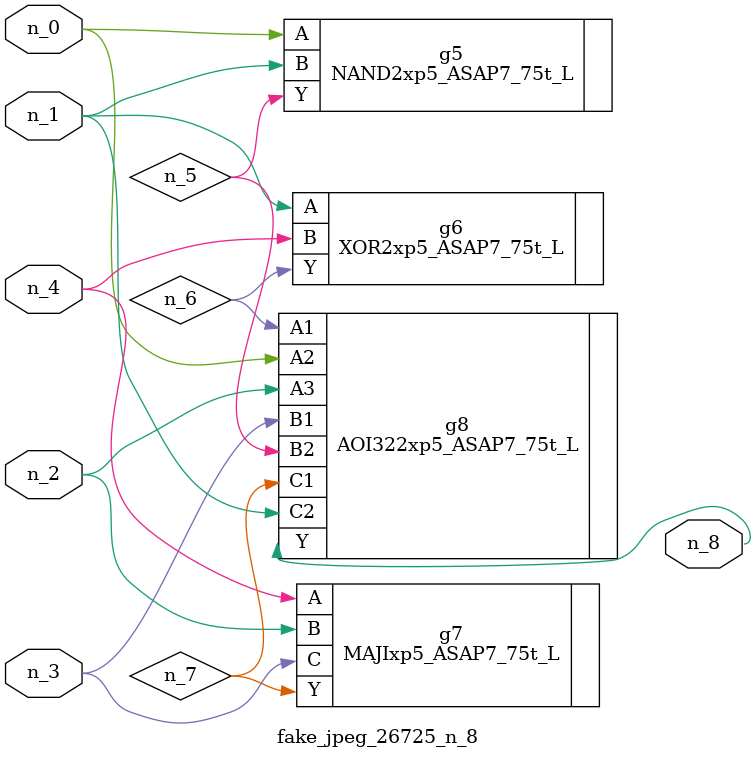
<source format=v>
module fake_jpeg_26725_n_8 (n_3, n_2, n_1, n_0, n_4, n_8);

input n_3;
input n_2;
input n_1;
input n_0;
input n_4;

output n_8;

wire n_6;
wire n_5;
wire n_7;

NAND2xp5_ASAP7_75t_L g5 ( 
.A(n_0),
.B(n_1),
.Y(n_5)
);

XOR2xp5_ASAP7_75t_L g6 ( 
.A(n_1),
.B(n_4),
.Y(n_6)
);

MAJIxp5_ASAP7_75t_L g7 ( 
.A(n_4),
.B(n_2),
.C(n_3),
.Y(n_7)
);

AOI322xp5_ASAP7_75t_L g8 ( 
.A1(n_6),
.A2(n_0),
.A3(n_2),
.B1(n_3),
.B2(n_5),
.C1(n_7),
.C2(n_1),
.Y(n_8)
);


endmodule
</source>
